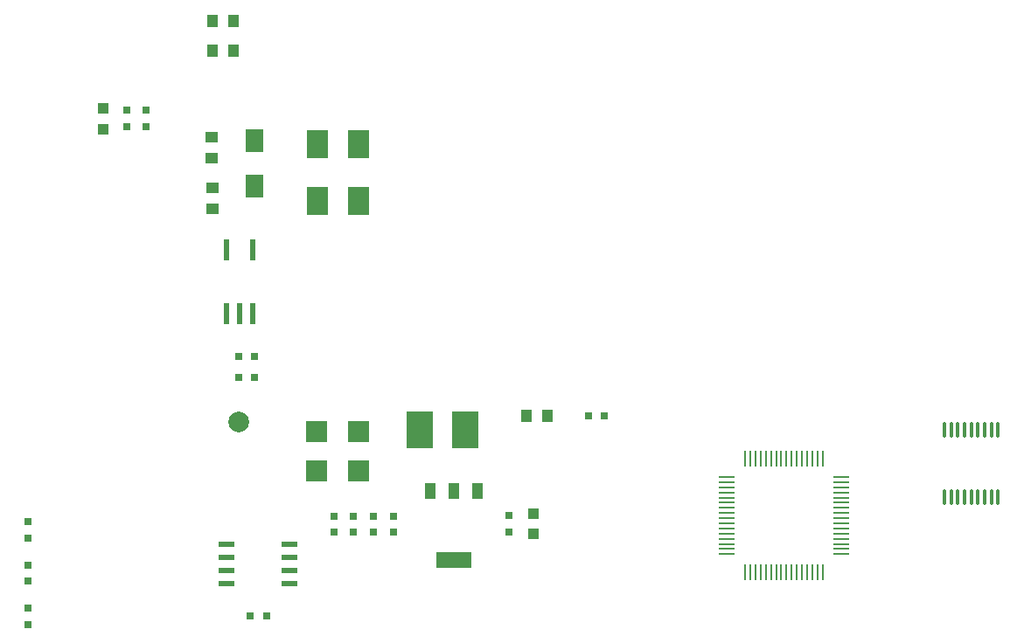
<source format=gtp>
%FSTAX23Y23*%
%MOIN*%
%SFA1B1*%

%IPPOS*%
%ADD32O,0.011810X0.062990*%
%ADD33R,0.025000X0.030000*%
%ADD34O,0.009840X0.061020*%
%ADD35O,0.061020X0.009840*%
%ADD36R,0.070870X0.086610*%
%ADD37R,0.039370X0.047240*%
%ADD38R,0.043310X0.061020*%
%ADD39R,0.135830X0.061020*%
%ADD40R,0.043310X0.061020*%
%ADD41R,0.047240X0.039370*%
%ADD42R,0.030000X0.025000*%
%ADD43R,0.043310X0.039370*%
%ADD44R,0.098430X0.141730*%
%ADD45R,0.082680X0.106300*%
%ADD46R,0.082680X0.078740*%
%ADD47R,0.059060X0.020000*%
%ADD48C,0.078740*%
%ADD49R,0.023620X0.078740*%
%LN8Â··ÖÇøµçÔ´¹ÜÀíÆ÷pcb-1*%
%LPD*%
G54D32*
X10262Y01282D03*
X10236D03*
X10211D03*
X10185D03*
X1016D03*
X10134D03*
X10108D03*
X10083D03*
X10057D03*
X10262Y01025D03*
X10236D03*
X10211D03*
X10185D03*
X1016D03*
X10134D03*
X10108D03*
X10083D03*
X10057D03*
G54D33*
X07412Y0057D03*
X07474D03*
X08699Y01335D03*
X08761D03*
X07428Y01562D03*
X07366D03*
X07428Y01482D03*
X07366D03*
G54D34*
X09297Y01172D03*
X09317D03*
X09337D03*
X09357D03*
X09376D03*
X09396D03*
X09416D03*
X09435D03*
X09455D03*
X09475D03*
X09494D03*
X09514D03*
X09534D03*
X09553D03*
X09573D03*
X09593D03*
Y00737D03*
X09573D03*
X09553D03*
X09534D03*
X09514D03*
X09494D03*
X09475D03*
X09455D03*
X09435D03*
X09416D03*
X09396D03*
X09376D03*
X09357D03*
X09337D03*
X09317D03*
X09297D03*
G54D35*
X09663Y01102D03*
Y01082D03*
Y01063D03*
Y01043D03*
Y01023D03*
Y01004D03*
Y00984D03*
Y00964D03*
Y00945D03*
Y00925D03*
Y00905D03*
Y00886D03*
Y00866D03*
Y00846D03*
Y00827D03*
Y00807D03*
X09228D03*
Y00827D03*
Y00846D03*
Y00866D03*
Y00886D03*
Y00905D03*
Y00925D03*
Y00945D03*
Y00964D03*
Y00984D03*
Y01004D03*
Y01023D03*
Y01043D03*
Y01063D03*
Y01082D03*
Y01102D03*
G54D36*
X07428Y02386D03*
Y02211D03*
G54D37*
X08544Y01335D03*
X08463D03*
X07266Y02727D03*
X07346D03*
Y02841D03*
X07266D03*
G54D38*
X08188Y01049D03*
X08097D03*
G54D39*
X08188Y00784D03*
G54D40*
X08278Y01049D03*
G54D41*
X07266Y02124D03*
Y02205D03*
X07265Y02318D03*
Y02399D03*
G54D42*
X06565Y00869D03*
Y00931D03*
Y00704D03*
Y00766D03*
Y00539D03*
Y00601D03*
X0773Y00891D03*
Y00953D03*
X07805Y00891D03*
Y00953D03*
X0788Y00891D03*
Y00953D03*
X07956Y00891D03*
Y00953D03*
X08397Y00955D03*
Y00893D03*
X07014Y025D03*
Y02438D03*
X06939D03*
Y025D03*
G54D43*
X08489Y00884D03*
Y00963D03*
X0685Y02429D03*
Y02508D03*
G54D44*
X08058Y01283D03*
X08231D03*
G54D45*
X07666Y02156D03*
Y0237D03*
X07825D03*
Y02156D03*
G54D46*
X07665Y01275D03*
Y01125D03*
X07825D03*
Y01275D03*
G54D47*
X07561Y00694D03*
Y00744D03*
Y00794D03*
Y00844D03*
X07322Y00694D03*
Y00744D03*
Y00794D03*
Y00844D03*
G54D48*
X07367Y01313D03*
G54D49*
X07322Y01724D03*
X07372D03*
X07422D03*
X07322Y01967D03*
X07422D03*
M02*
</source>
